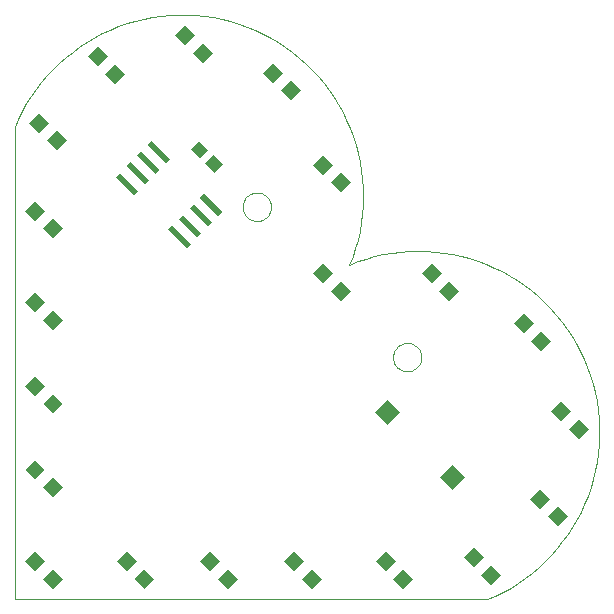
<source format=gtp>
G75*
G70*
%OFA0B0*%
%FSLAX24Y24*%
%IPPOS*%
%LPD*%
%AMOC8*
5,1,8,0,0,1.08239X$1,22.5*
%
%ADD10C,0.0000*%
%ADD11R,0.0472X0.0472*%
%ADD12R,0.0433X0.0394*%
%ADD13R,0.0591X0.0591*%
%ADD14R,0.0197X0.0866*%
D10*
X009756Y010038D02*
X009756Y025786D01*
X009873Y026053D01*
X010003Y026314D01*
X010146Y026569D01*
X010300Y026816D01*
X010467Y027055D01*
X010645Y027287D01*
X010833Y027509D01*
X011033Y027722D01*
X011242Y027925D01*
X011461Y028117D01*
X011689Y028299D01*
X011925Y028470D01*
X012170Y028629D01*
X012422Y028776D01*
X012680Y028911D01*
X012945Y029033D01*
X013216Y029142D01*
X013491Y029238D01*
X013771Y029320D01*
X014054Y029389D01*
X014340Y029444D01*
X014629Y029485D01*
X014919Y029513D01*
X015211Y029526D01*
X015502Y029525D01*
X015794Y029510D01*
X016084Y029481D01*
X016372Y029438D01*
X016658Y029381D01*
X016941Y029310D01*
X017220Y029226D01*
X017495Y029128D01*
X017765Y029017D01*
X018029Y028893D01*
X018286Y028757D01*
X018537Y028608D01*
X018781Y028448D01*
X019016Y028276D01*
X019243Y028092D01*
X019461Y027898D01*
X019669Y027694D01*
X019866Y027480D01*
X020054Y027256D01*
X020230Y027024D01*
X020395Y026783D01*
X020548Y026535D01*
X020689Y026280D01*
X020817Y026018D01*
X020933Y025750D01*
X021035Y025477D01*
X021125Y025200D01*
X021200Y024918D01*
X021262Y024633D01*
X021310Y024345D01*
X021345Y024056D01*
X021365Y023765D01*
X021371Y023473D01*
X021363Y023182D01*
X021341Y022891D01*
X021305Y022602D01*
X021255Y022314D01*
X021191Y022030D01*
X021113Y021749D01*
X021022Y021472D01*
X020918Y021199D01*
X022368Y018112D02*
X022370Y018155D01*
X022376Y018197D01*
X022386Y018239D01*
X022399Y018280D01*
X022416Y018320D01*
X022437Y018357D01*
X022461Y018393D01*
X022488Y018426D01*
X022518Y018457D01*
X022551Y018485D01*
X022586Y018510D01*
X022623Y018531D01*
X022662Y018549D01*
X022702Y018563D01*
X022744Y018574D01*
X022786Y018581D01*
X022829Y018584D01*
X022872Y018583D01*
X022915Y018578D01*
X022957Y018569D01*
X022998Y018557D01*
X023038Y018541D01*
X023076Y018521D01*
X023112Y018498D01*
X023146Y018471D01*
X023178Y018442D01*
X023206Y018410D01*
X023232Y018375D01*
X023254Y018339D01*
X023273Y018300D01*
X023288Y018260D01*
X023300Y018219D01*
X023308Y018176D01*
X023312Y018133D01*
X023312Y018091D01*
X023308Y018048D01*
X023300Y018005D01*
X023288Y017964D01*
X023273Y017924D01*
X023254Y017885D01*
X023232Y017849D01*
X023206Y017814D01*
X023178Y017782D01*
X023146Y017753D01*
X023112Y017726D01*
X023076Y017703D01*
X023038Y017683D01*
X022998Y017667D01*
X022957Y017655D01*
X022915Y017646D01*
X022872Y017641D01*
X022829Y017640D01*
X022786Y017643D01*
X022744Y017650D01*
X022702Y017661D01*
X022662Y017675D01*
X022623Y017693D01*
X022586Y017714D01*
X022551Y017739D01*
X022518Y017767D01*
X022488Y017798D01*
X022461Y017831D01*
X022437Y017867D01*
X022416Y017904D01*
X022399Y017944D01*
X022386Y017985D01*
X022376Y018027D01*
X022370Y018069D01*
X022368Y018112D01*
X020918Y021200D02*
X021190Y021304D01*
X021467Y021395D01*
X021748Y021473D01*
X022033Y021537D01*
X022320Y021587D01*
X022609Y021623D01*
X022900Y021645D01*
X023191Y021653D01*
X023483Y021647D01*
X023774Y021627D01*
X024063Y021592D01*
X024351Y021544D01*
X024636Y021482D01*
X024918Y021407D01*
X025195Y021317D01*
X025468Y021215D01*
X025736Y021099D01*
X025998Y020971D01*
X026253Y020830D01*
X026501Y020677D01*
X026742Y020512D01*
X026974Y020336D01*
X027198Y020148D01*
X027412Y019951D01*
X027616Y019743D01*
X027810Y019525D01*
X027994Y019298D01*
X028166Y019063D01*
X028326Y018819D01*
X028475Y018568D01*
X028611Y018311D01*
X028735Y018047D01*
X028846Y017777D01*
X028944Y017502D01*
X029028Y017223D01*
X029099Y016940D01*
X029156Y016654D01*
X029199Y016366D01*
X029228Y016076D01*
X029243Y015784D01*
X029244Y015493D01*
X029231Y015201D01*
X029203Y014911D01*
X029162Y014622D01*
X029107Y014336D01*
X029038Y014053D01*
X028956Y013773D01*
X028860Y013498D01*
X028751Y013227D01*
X028629Y012962D01*
X028494Y012704D01*
X028347Y012452D01*
X028188Y012207D01*
X028017Y011971D01*
X027835Y011743D01*
X027643Y011524D01*
X027440Y011315D01*
X027227Y011115D01*
X027005Y010927D01*
X026773Y010749D01*
X026534Y010582D01*
X026287Y010428D01*
X026032Y010285D01*
X025771Y010155D01*
X025504Y010038D01*
X009756Y010038D01*
X017357Y023123D02*
X017359Y023166D01*
X017365Y023208D01*
X017375Y023250D01*
X017388Y023291D01*
X017405Y023331D01*
X017426Y023368D01*
X017450Y023404D01*
X017477Y023437D01*
X017507Y023468D01*
X017540Y023496D01*
X017575Y023521D01*
X017612Y023542D01*
X017651Y023560D01*
X017691Y023574D01*
X017733Y023585D01*
X017775Y023592D01*
X017818Y023595D01*
X017861Y023594D01*
X017904Y023589D01*
X017946Y023580D01*
X017987Y023568D01*
X018027Y023552D01*
X018065Y023532D01*
X018101Y023509D01*
X018135Y023482D01*
X018167Y023453D01*
X018195Y023421D01*
X018221Y023386D01*
X018243Y023350D01*
X018262Y023311D01*
X018277Y023271D01*
X018289Y023230D01*
X018297Y023187D01*
X018301Y023144D01*
X018301Y023102D01*
X018297Y023059D01*
X018289Y023016D01*
X018277Y022975D01*
X018262Y022935D01*
X018243Y022896D01*
X018221Y022860D01*
X018195Y022825D01*
X018167Y022793D01*
X018135Y022764D01*
X018101Y022737D01*
X018065Y022714D01*
X018027Y022694D01*
X017987Y022678D01*
X017946Y022666D01*
X017904Y022657D01*
X017861Y022652D01*
X017818Y022651D01*
X017775Y022654D01*
X017733Y022661D01*
X017691Y022672D01*
X017651Y022686D01*
X017612Y022704D01*
X017575Y022725D01*
X017540Y022750D01*
X017507Y022778D01*
X017477Y022809D01*
X017450Y022842D01*
X017426Y022878D01*
X017405Y022915D01*
X017388Y022955D01*
X017375Y022996D01*
X017365Y023038D01*
X017359Y023080D01*
X017357Y023123D01*
D11*
G36*
X019710Y024529D02*
X020043Y024862D01*
X020376Y024529D01*
X020043Y024196D01*
X019710Y024529D01*
G37*
G36*
X020294Y023944D02*
X020627Y024277D01*
X020960Y023944D01*
X020627Y023611D01*
X020294Y023944D01*
G37*
G36*
X018624Y027006D02*
X018957Y027339D01*
X019290Y027006D01*
X018957Y026673D01*
X018624Y027006D01*
G37*
G36*
X018039Y027591D02*
X018372Y027924D01*
X018705Y027591D01*
X018372Y027258D01*
X018039Y027591D01*
G37*
G36*
X015701Y028259D02*
X016034Y028592D01*
X016367Y028259D01*
X016034Y027926D01*
X015701Y028259D01*
G37*
G36*
X015116Y028844D02*
X015449Y029177D01*
X015782Y028844D01*
X015449Y028511D01*
X015116Y028844D01*
G37*
G36*
X012778Y027563D02*
X013111Y027896D01*
X013444Y027563D01*
X013111Y027230D01*
X012778Y027563D01*
G37*
G36*
X012193Y028148D02*
X012526Y028481D01*
X012859Y028148D01*
X012526Y027815D01*
X012193Y028148D01*
G37*
G36*
X010244Y025920D02*
X010577Y026253D01*
X010910Y025920D01*
X010577Y025587D01*
X010244Y025920D01*
G37*
G36*
X010829Y025336D02*
X011162Y025669D01*
X011495Y025336D01*
X011162Y025003D01*
X010829Y025336D01*
G37*
G36*
X010105Y022997D02*
X010438Y023330D01*
X010771Y022997D01*
X010438Y022664D01*
X010105Y022997D01*
G37*
G36*
X010690Y022413D02*
X011023Y022746D01*
X011356Y022413D01*
X011023Y022080D01*
X010690Y022413D01*
G37*
G36*
X010105Y019935D02*
X010438Y020268D01*
X010771Y019935D01*
X010438Y019602D01*
X010105Y019935D01*
G37*
G36*
X010690Y019350D02*
X011023Y019683D01*
X011356Y019350D01*
X011023Y019017D01*
X010690Y019350D01*
G37*
G36*
X010105Y017151D02*
X010438Y017484D01*
X010771Y017151D01*
X010438Y016818D01*
X010105Y017151D01*
G37*
G36*
X010690Y016567D02*
X011023Y016900D01*
X011356Y016567D01*
X011023Y016234D01*
X010690Y016567D01*
G37*
G36*
X010105Y014367D02*
X010438Y014700D01*
X010771Y014367D01*
X010438Y014034D01*
X010105Y014367D01*
G37*
G36*
X010690Y013783D02*
X011023Y014116D01*
X011356Y013783D01*
X011023Y013450D01*
X010690Y013783D01*
G37*
G36*
X010105Y011305D02*
X010438Y011638D01*
X010771Y011305D01*
X010438Y010972D01*
X010105Y011305D01*
G37*
G36*
X010690Y010720D02*
X011023Y011053D01*
X011356Y010720D01*
X011023Y010387D01*
X010690Y010720D01*
G37*
G36*
X013168Y011305D02*
X013501Y011638D01*
X013834Y011305D01*
X013501Y010972D01*
X013168Y011305D01*
G37*
G36*
X013752Y010720D02*
X014085Y011053D01*
X014418Y010720D01*
X014085Y010387D01*
X013752Y010720D01*
G37*
G36*
X015951Y011305D02*
X016284Y011638D01*
X016617Y011305D01*
X016284Y010972D01*
X015951Y011305D01*
G37*
G36*
X016536Y010720D02*
X016869Y011053D01*
X017202Y010720D01*
X016869Y010387D01*
X016536Y010720D01*
G37*
G36*
X018735Y011305D02*
X019068Y011638D01*
X019401Y011305D01*
X019068Y010972D01*
X018735Y011305D01*
G37*
G36*
X019320Y010720D02*
X019653Y011053D01*
X019986Y010720D01*
X019653Y010387D01*
X019320Y010720D01*
G37*
G36*
X021798Y011305D02*
X022131Y011638D01*
X022464Y011305D01*
X022131Y010972D01*
X021798Y011305D01*
G37*
G36*
X022382Y010720D02*
X022715Y011053D01*
X023048Y010720D01*
X022715Y010387D01*
X022382Y010720D01*
G37*
G36*
X024721Y011444D02*
X025054Y011777D01*
X025387Y011444D01*
X025054Y011111D01*
X024721Y011444D01*
G37*
G36*
X025305Y010860D02*
X025638Y011193D01*
X025971Y010860D01*
X025638Y010527D01*
X025305Y010860D01*
G37*
G36*
X026948Y013393D02*
X027281Y013726D01*
X027614Y013393D01*
X027281Y013060D01*
X026948Y013393D01*
G37*
G36*
X027532Y012808D02*
X027865Y013141D01*
X028198Y012808D01*
X027865Y012475D01*
X027532Y012808D01*
G37*
G36*
X028228Y015731D02*
X028561Y016064D01*
X028894Y015731D01*
X028561Y015398D01*
X028228Y015731D01*
G37*
G36*
X027644Y016316D02*
X027977Y016649D01*
X028310Y016316D01*
X027977Y015983D01*
X027644Y016316D01*
G37*
G36*
X026976Y018655D02*
X027309Y018988D01*
X027642Y018655D01*
X027309Y018322D01*
X026976Y018655D01*
G37*
G36*
X026391Y019239D02*
X026724Y019572D01*
X027057Y019239D01*
X026724Y018906D01*
X026391Y019239D01*
G37*
G36*
X023913Y020325D02*
X024246Y020658D01*
X024579Y020325D01*
X024246Y019992D01*
X023913Y020325D01*
G37*
G36*
X023329Y020909D02*
X023662Y021242D01*
X023995Y020909D01*
X023662Y020576D01*
X023329Y020909D01*
G37*
G36*
X020960Y020325D02*
X020627Y019992D01*
X020294Y020325D01*
X020627Y020658D01*
X020960Y020325D01*
G37*
G36*
X020376Y020909D02*
X020043Y020576D01*
X019710Y020909D01*
X020043Y021242D01*
X020376Y020909D01*
G37*
D12*
G36*
X016383Y024848D02*
X016688Y024543D01*
X016409Y024264D01*
X016104Y024569D01*
X016383Y024848D01*
G37*
G36*
X015909Y025322D02*
X016214Y025017D01*
X015935Y024738D01*
X015630Y025043D01*
X015909Y025322D01*
G37*
D13*
G36*
X022172Y016691D02*
X022589Y016274D01*
X022172Y015857D01*
X021755Y016274D01*
X022172Y016691D01*
G37*
G36*
X024344Y014520D02*
X024761Y014103D01*
X024344Y013686D01*
X023927Y014103D01*
X024344Y014520D01*
G37*
D14*
G36*
X015586Y023075D02*
X015725Y023214D01*
X016336Y022603D01*
X016197Y022464D01*
X015586Y023075D01*
G37*
G36*
X015233Y022721D02*
X015372Y022860D01*
X015983Y022249D01*
X015844Y022110D01*
X015233Y022721D01*
G37*
G36*
X014879Y022368D02*
X015018Y022507D01*
X015629Y021896D01*
X015490Y021757D01*
X014879Y022368D01*
G37*
G36*
X015940Y023429D02*
X016079Y023568D01*
X016690Y022957D01*
X016551Y022818D01*
X015940Y023429D01*
G37*
G36*
X014184Y025185D02*
X014323Y025324D01*
X014934Y024713D01*
X014795Y024574D01*
X014184Y025185D01*
G37*
G36*
X013833Y024834D02*
X013972Y024973D01*
X014583Y024362D01*
X014444Y024223D01*
X013833Y024834D01*
G37*
G36*
X013479Y024480D02*
X013618Y024619D01*
X014229Y024008D01*
X014090Y023869D01*
X013479Y024480D01*
G37*
G36*
X013126Y024127D02*
X013265Y024266D01*
X013876Y023655D01*
X013737Y023516D01*
X013126Y024127D01*
G37*
M02*

</source>
